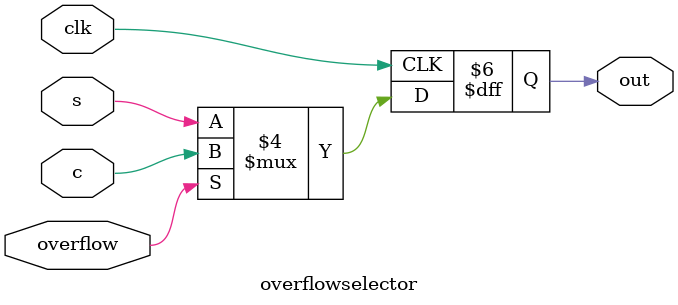
<source format=v>
module oneBitFullAdder(s,co,x,y,ci);
input x,y,ci;
output s,co;
assign co=(x&y) | (ci & (x^y));
assign s=x^y^ci;
endmodule

module threebitaddersub(a,b,c,s,cin,overflow);
input [2:0] a;
input [2:0] b;
input cin;
output [2:0] s;
output [2:0] c;
wire [2:0] cwire;
wire [2:0] acin;

output overflow;
assign acin[0]=cin^a[0];
assign acin[1]=cin^a[1];
assign acin[2]=cin^a[2];
oneBitFullAdder uut(.s(s[0]),.co(cwire[0]),.x(b[0]),.y(acin[0]),.ci(cin));
oneBitFullAdder uus(.s(s[1]),.co(cwire[1]),.x(b[1]),.y(acin[1]),.ci(cwire[0]));
oneBitFullAdder uux(.s(s[2]),.co(cwire[2]),.x(b[2]),.y(acin[2]),.ci(cwire[1]));
assign overflow = cwire[2]^cwire[1];
assign c[0]=cwire[0];
assign c[1]=cwire[1];
assign c[2]=cwire[2];
endmodule

module traffic_tb(led, sw,clk, seg, an);
input [6:0] sw;
input clk;
output [3:0] led;
wire [2:0] c;
wire overflow;
output [6:0] seg;
output [3:0] an;
threebitaddersub UUT(.a(sw[2:0]),.b(sw[5:3]),.c(c),.s(led[2:0]),.cin(sw[6]),.overflow(overflow));
overflowselector UUD(.clk(clk),.c(c[2]),.s(led[2]),.overflow(overflow),.out(led[3]));
decoder_7seg ss(.in1(led),.out1(seg),.an(an),.clk(clk));
endmodule

module overflowselector(clk, c, s, overflow, out);
input c, s, overflow;
output reg out;
input clk;
always @(posedge clk)
begin
if (overflow==1) out=c;
else out=s;
end
endmodule
//module lab5tb;
//reg [2:0] a;
//reg [2:0] b;
//reg cin;
//wire [2:0] s;
//wire [2:0] c;
//wire overflow;
//reg [3:0] final;
//threebitaddersub UUT(.a(a),.b(b),.c(c),.s(s),.cin(cin),.overflow(overflow));
//initial begin
//	a=3'b001; b=3'b100; cin=0;
//final[0]=s[0];
//final[1]=s[1];
//final[2]=s[2];
//if (overflow == 1)
//final[3]=c[2];
//else
//final[3]=s[2];
//	#10;
//	a=3'b001; b=3'b100; cin=1;
//	final[0]=s[0];
//final[1]=s[1];
//final[2]=s[2];
//if (overflow == 1)
//final[3]=c[2];
//else
//final[3]=s[2];
//	#10;
//	a=3'b011; b=3'b011; cin=0;
//	final[0]=s[0];
//final[1]=s[1];
//final[2]=s[2];
//if (overflow == 1)
//final[3]=c[2];
//else
//final[3]=s[2];
//	#10;
//	a=3'b011; b=3'b100; cin=1;
//	final[0]=s[0];
//final[1]=s[1];
//final[2]=s[2];
//if (overflow == 1)
//final[3]=c[2];
//else
//final[3]=s[2];
//	#10;
//	a=3'b101; b=3'b001; cin=0;
//	#10;
//	a=3'b101; b=3'b001; cin=1;
//	#10;
//	a=3'b111; b=3'b100; cin=0;
//	#10;
//	a=3'b111; b=3'b100; cin=1;
//	#10;
//	a=3'b101; b=3'b111; cin=0;
//	#10;
//	a=3'b101; b=3'b111; cin=1;
//	#10;
//end
//endmodule





</source>
